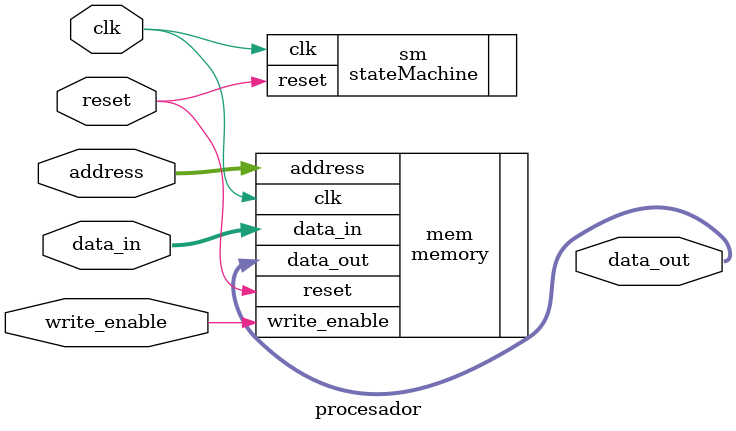
<source format=v>
`timescale 1ns / 1ps


module procesador(
    input clk,
    input reset,
    input write_enable,
    input [15:0] data_in,
    input [15:0] address,
    output reg [15:0] data_out
);
    
    memory mem(.clk(clk),.reset(reset),.write_enable(write_enable),.data_in(data_in),.address(address),.data_out(data_out));

    stateMachine sm(.clk(clk),.reset(reset));    
    
endmodule
</source>
